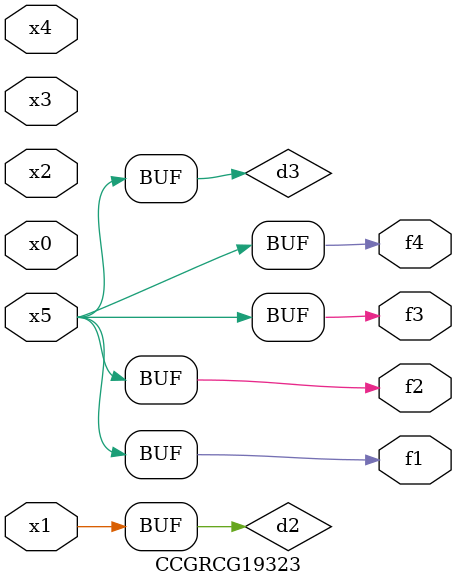
<source format=v>
module CCGRCG19323(
	input x0, x1, x2, x3, x4, x5,
	output f1, f2, f3, f4
);

	wire d1, d2, d3;

	not (d1, x5);
	or (d2, x1);
	xnor (d3, d1);
	assign f1 = d3;
	assign f2 = d3;
	assign f3 = d3;
	assign f4 = d3;
endmodule

</source>
